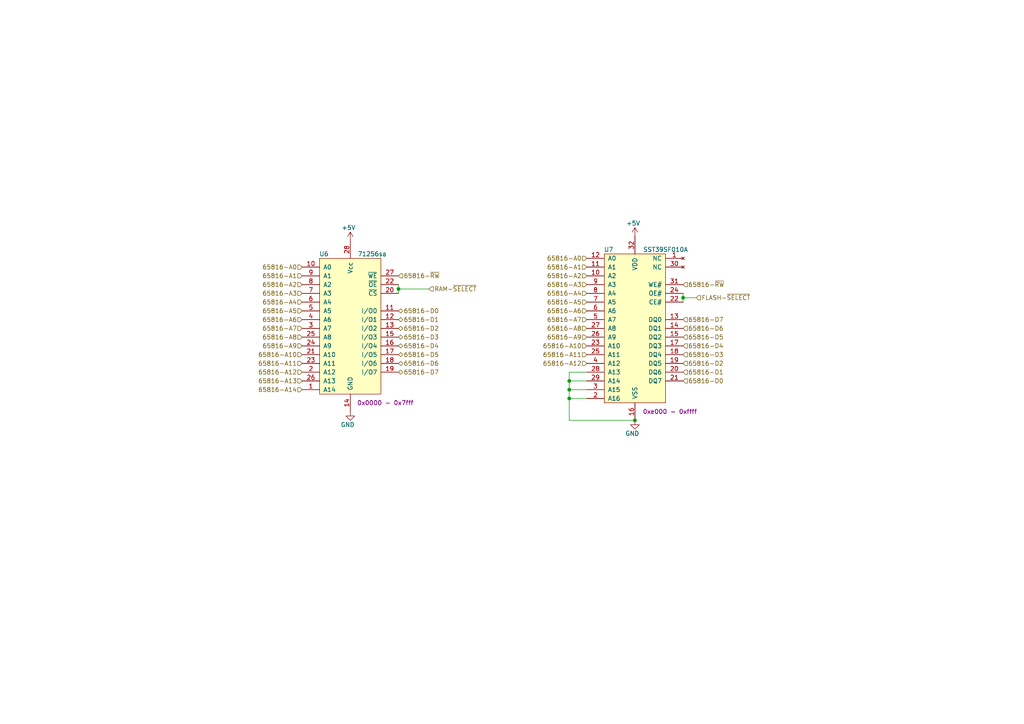
<source format=kicad_sch>
(kicad_sch (version 20211123) (generator eeschema)
  (paper "A4")
  (title_block (title "ROL") (date "2022-01-07") (rev "1.0"))
  (lib_symbols
    (symbol "power:+5V" (power) (pin_names (offset 0))
      (property "Value" "+5V" (at 0 3.556 0))
      (symbol "+5V_0_1"
        (polyline (pts (xy -0.762 1.27) (xy 0 2.54)))
        (polyline (pts (xy 0 0) (xy 0 2.54)))
        (polyline (pts (xy 0 2.54) (xy 0.762 1.27)))
      )
      (symbol "+5V_1_1"
        (pin power_in line (at 0 0 90) (length 0) hide (name "+5V") (number "1"))
      )
    )
    (symbol "power:GND" (power) (pin_names (offset 0))
      (property "Value" "GND" (at 0 -3.81 0))
      (symbol "GND_0_1"
        (polyline (pts (xy 0 0) (xy 0 -1.27) (xy 1.27 -1.27) (xy 0 -2.54) (xy -1.27 -1.27) (xy 0 -1.27)))
      )
      (symbol "GND_1_1"
        (pin power_in line (at 0 0 270) (length 0) hide (name "GND") (number "1"))
      )
    )
    (symbol "rol:71256sa" (pin_names (offset 1.016))
      (property "Reference" "U?" (at -7.62 19.05 0))
      (property "Value" "71256sa" (at 5.08 19.05 0))
      (symbol "71256sa_0_1"
        (rectangle (start -8.89 17.78) (end 8.89 -21.59) (fill (type background)))
      )
      (symbol "71256sa_1_1"
        (pin input line (at -13.97 -20.32 0) (length 5.08) (name "A14") (number "1"))
        (pin input line (at -13.97 15.24 0) (length 5.08) (name "A0") (number "10"))
        (pin bidirectional line (at 13.97 2.54 180) (length 5.08) (name "I/O0") (number "11"))
        (pin bidirectional line (at 13.97 0 180) (length 5.08) (name "I/O1") (number "12"))
        (pin bidirectional line (at 13.97 -2.54 180) (length 5.08) (name "I/O2") (number "13"))
        (pin input line (at 0 -26.67 90) (length 5.08) (name "GND") (number "14"))
        (pin bidirectional line (at 13.97 -5.08 180) (length 5.08) (name "I/O3") (number "15"))
        (pin bidirectional line (at 13.97 -7.62 180) (length 5.08) (name "I/O4") (number "16"))
        (pin bidirectional line (at 13.97 -10.16 180) (length 5.08) (name "I/O5") (number "17"))
        (pin bidirectional line (at 13.97 -12.7 180) (length 5.08) (name "I/O6") (number "18"))
        (pin bidirectional line (at 13.97 -15.24 180) (length 5.08) (name "I/O7") (number "19"))
        (pin input line (at -13.97 -15.24 0) (length 5.08) (name "A12") (number "2"))
        (pin input line (at 13.97 7.62 180) (length 5.08) (name "~{CS}") (number "20"))
        (pin input line (at -13.97 -10.16 0) (length 5.08) (name "A10") (number "21"))
        (pin input line (at 13.97 10.16 180) (length 5.08) (name "~{OE}") (number "22"))
        (pin input line (at -13.97 -12.7 0) (length 5.08) (name "A11") (number "23"))
        (pin input line (at -13.97 -7.62 0) (length 5.08) (name "A9") (number "24"))
        (pin input line (at -13.97 -5.08 0) (length 5.08) (name "A8") (number "25"))
        (pin input line (at -13.97 -17.78 0) (length 5.08) (name "A13") (number "26"))
        (pin input line (at 13.97 12.7 180) (length 5.08) (name "~{WE}") (number "27"))
        (pin input line (at 0 22.86 270) (length 5.08) (name "Vcc") (number "28"))
        (pin input line (at -13.97 -2.54 0) (length 5.08) (name "A7") (number "3"))
        (pin input line (at -13.97 0 0) (length 5.08) (name "A6") (number "4"))
        (pin input line (at -13.97 2.54 0) (length 5.08) (name "A5") (number "5"))
        (pin input line (at -13.97 5.08 0) (length 5.08) (name "A4") (number "6"))
        (pin input line (at -13.97 7.62 0) (length 5.08) (name "A3") (number "7"))
        (pin input line (at -13.97 10.16 0) (length 5.08) (name "A2") (number "8"))
        (pin input line (at -13.97 12.7 0) (length 5.08) (name "A1") (number "9"))
      )
    )
    (symbol "rol:SST39SF010A" (pin_names (offset 1.016))
      (property "Reference" "U" (at -7.62 22.86 0))
      (property "Value" "SST39SF010A" (at 7.62 22.86 0))
      (symbol "SST39SF010A_0_1"
        (rectangle (start -8.89 21.59) (end 8.89 -21.59) (fill (type background)))
      )
      (symbol "SST39SF010A_1_1"
        (pin no_connect line (at 13.97 20.32 180) (length 5.08) (name "NC") (number "1"))
        (pin input line (at -13.97 15.24 0) (length 5.08) (name "A2") (number "10"))
        (pin input line (at -13.97 17.78 0) (length 5.08) (name "A1") (number "11"))
        (pin input line (at -13.97 20.32 0) (length 5.08) (name "A0") (number "12"))
        (pin bidirectional line (at 13.97 2.54 180) (length 5.08) (name "DQ0") (number "13"))
        (pin bidirectional line (at 13.97 0 180) (length 5.08) (name "DQ1") (number "14"))
        (pin bidirectional line (at 13.97 -2.54 180) (length 5.08) (name "DQ2") (number "15"))
        (pin power_in line (at 0 -26.67 90) (length 5.08) (name "VSS") (number "16"))
        (pin bidirectional line (at 13.97 -5.08 180) (length 5.08) (name "DQ3") (number "17"))
        (pin bidirectional line (at 13.97 -7.62 180) (length 5.08) (name "DQ4") (number "18"))
        (pin bidirectional line (at 13.97 -10.16 180) (length 5.08) (name "DQ5") (number "19"))
        (pin input line (at -13.97 -20.32 0) (length 5.08) (name "A16") (number "2"))
        (pin bidirectional line (at 13.97 -12.7 180) (length 5.08) (name "DQ6") (number "20"))
        (pin bidirectional line (at 13.97 -15.24 180) (length 5.08) (name "DQ7") (number "21"))
        (pin input line (at 13.97 7.62 180) (length 5.08) (name "CE#") (number "22"))
        (pin input line (at -13.97 -5.08 0) (length 5.08) (name "A10") (number "23"))
        (pin input line (at 13.97 10.16 180) (length 5.08) (name "OE#") (number "24"))
        (pin input line (at -13.97 -7.62 0) (length 5.08) (name "A11") (number "25"))
        (pin input line (at -13.97 -2.54 0) (length 5.08) (name "A9") (number "26"))
        (pin input line (at -13.97 0 0) (length 5.08) (name "A8") (number "27"))
        (pin input line (at -13.97 -12.7 0) (length 5.08) (name "A13") (number "28"))
        (pin input line (at -13.97 -15.24 0) (length 5.08) (name "A14") (number "29"))
        (pin input line (at -13.97 -17.78 0) (length 5.08) (name "A15") (number "3"))
        (pin no_connect line (at 13.97 17.78 180) (length 5.08) (name "NC") (number "30"))
        (pin input line (at 13.97 12.7 180) (length 5.08) (name "WE#") (number "31"))
        (pin power_in line (at 0 26.67 270) (length 5.08) (name "VDD") (number "32"))
        (pin input line (at -13.97 -10.16 0) (length 5.08) (name "A12") (number "4"))
        (pin input line (at -13.97 2.54 0) (length 5.08) (name "A7") (number "5"))
        (pin input line (at -13.97 5.08 0) (length 5.08) (name "A6") (number "6"))
        (pin input line (at -13.97 7.62 0) (length 5.08) (name "A5") (number "7"))
        (pin input line (at -13.97 10.16 0) (length 5.08) (name "A4") (number "8"))
        (pin input line (at -13.97 12.7 0) (length 5.08) (name "A3") (number "9"))
      )
    )
  )
  (junction (at 198.12 86.36))
  (junction (at 165.1 113.03))
  (junction (at 115.57 83.82))
  (junction (at 165.1 115.57))
  (junction (at 184.15 121.92))
  (junction (at 165.1 110.49))
  (wire (pts (xy 198.12 86.36) (xy 198.12 85.09)))
  (wire (pts (xy 165.1 121.92) (xy 184.15 121.92)))
  (wire (pts (xy 198.12 86.36) (xy 201.93 86.36)))
  (wire (pts (xy 165.1 113.03) (xy 165.1 115.57)))
  (wire (pts (xy 165.1 110.49) (xy 165.1 113.03)))
  (wire (pts (xy 170.18 110.49) (xy 165.1 110.49)))
  (wire (pts (xy 170.18 107.95) (xy 165.1 107.95)))
  (wire (pts (xy 165.1 115.57) (xy 165.1 121.92)))
  (wire (pts (xy 198.12 87.63) (xy 198.12 86.36)))
  (wire (pts (xy 115.57 83.82) (xy 115.57 85.09)))
  (wire (pts (xy 165.1 107.95) (xy 165.1 110.49)))
  (wire (pts (xy 170.18 113.03) (xy 165.1 113.03)))
  (wire (pts (xy 115.57 83.82) (xy 124.46 83.82)))
  (wire (pts (xy 115.57 82.55) (xy 115.57 83.82)))
  (wire (pts (xy 170.18 115.57) (xy 165.1 115.57)))
  (hierarchical_label "65816-A5" (shape input) (at 87.63 90.17 180))
  (hierarchical_label "65816-D6" (shape bidirectional) (at 115.57 105.41 0))
  (hierarchical_label "65816-A6" (shape input) (at 87.63 92.71 180))
  (hierarchical_label "65816-A2" (shape input) (at 87.63 82.55 180))
  (hierarchical_label "65816-D2" (shape input) (at 198.12 105.41 0))
  (hierarchical_label "65816-A3" (shape input) (at 170.18 82.55 180))
  (hierarchical_label "65816-A5" (shape input) (at 170.18 87.63 180))
  (hierarchical_label "65816-A6" (shape input) (at 170.18 90.17 180))
  (hierarchical_label "65816-~{RW}" (shape input) (at 198.12 82.55 0))
  (hierarchical_label "65816-A11" (shape input) (at 170.18 102.87 180))
  (hierarchical_label "65816-A12" (shape input) (at 170.18 105.41 180))
  (hierarchical_label "65816-A13" (shape input) (at 87.63 110.49 180))
  (hierarchical_label "65816-D1" (shape input) (at 198.12 107.95 0))
  (hierarchical_label "65816-D0" (shape input) (at 198.12 110.49 0))
  (hierarchical_label "65816-A9" (shape input) (at 170.18 97.79 180))
  (hierarchical_label "65816-A10" (shape input) (at 170.18 100.33 180))
  (hierarchical_label "65816-D6" (shape input) (at 198.12 95.25 0))
  (hierarchical_label "65816-A0" (shape input) (at 170.18 74.93 180))
  (hierarchical_label "65816-A7" (shape input) (at 87.63 95.25 180))
  (hierarchical_label "65816-D5" (shape input) (at 198.12 97.79 0))
  (hierarchical_label "65816-D3" (shape bidirectional) (at 115.57 97.79 0))
  (hierarchical_label "65816-A4" (shape input) (at 170.18 85.09 180))
  (hierarchical_label "65816-A3" (shape input) (at 87.63 85.09 180))
  (hierarchical_label "65816-A4" (shape input) (at 87.63 87.63 180))
  (hierarchical_label "65816-D0" (shape bidirectional) (at 115.57 90.17 0))
  (hierarchical_label "65816-D2" (shape bidirectional) (at 115.57 95.25 0))
  (hierarchical_label "65816-A10" (shape input) (at 87.63 102.87 180))
  (hierarchical_label "RAM-~{SELECT}" (shape input) (at 124.46 83.82 0))
  (hierarchical_label "FLASH-~{SELECT}" (shape input) (at 201.93 86.36 0))
  (hierarchical_label "65816-A2" (shape input) (at 170.18 80.01 180))
  (hierarchical_label "65816-A11" (shape input) (at 87.63 105.41 180))
  (hierarchical_label "65816-A1" (shape input) (at 87.63 80.01 180))
  (hierarchical_label "65816-A8" (shape input) (at 170.18 95.25 180))
  (hierarchical_label "65816-D4" (shape bidirectional) (at 115.57 100.33 0))
  (hierarchical_label "65816-A1" (shape input) (at 170.18 77.47 180))
  (hierarchical_label "65816-A7" (shape input) (at 170.18 92.71 180))
  (hierarchical_label "65816-D3" (shape input) (at 198.12 102.87 0))
  (hierarchical_label "65816-A9" (shape input) (at 87.63 100.33 180))
  (hierarchical_label "65816-~{RW}" (shape input) (at 115.57 80.01 0))
  (hierarchical_label "65816-A0" (shape input) (at 87.63 77.47 180))
  (hierarchical_label "65816-A12" (shape input) (at 87.63 107.95 180))
  (hierarchical_label "65816-A14" (shape input) (at 87.63 113.03 180))
  (hierarchical_label "65816-D5" (shape bidirectional) (at 115.57 102.87 0))
  (hierarchical_label "65816-A8" (shape input) (at 87.63 97.79 180))
  (hierarchical_label "65816-D7" (shape bidirectional) (at 115.57 107.95 0))
  (hierarchical_label "65816-D1" (shape bidirectional) (at 115.57 92.71 0))
  (hierarchical_label "65816-D4" (shape input) (at 198.12 100.33 0))
  (hierarchical_label "65816-D7" (shape input) (at 198.12 92.71 0))
  (symbol (lib_id "power:GND") (at 101.6 119.38 0)
    (property "Reference" "#PWR014" (effects hide))
    (property "Value" "GND" (at 102.87 123.19 0) (effects (justify right)))
  )
  (symbol (lib_id "power:+5V") (at 101.6 69.85 0)
    (property "Reference" "#PWR013" (effects hide))
    (property "Value" "+5V" (at 99.06 66.04 0) (effects (justify left)))
  )
  (symbol (lib_id "rol:71256sa") (at 101.6 92.71 0) (unit 1)
    (property "Reference" "U6" (at 93.98 73.66 0))
    (property "Value" "71256sa" (at 107.95 73.66 0))
    (property "Addresses" "0x0000 - 0x7fff" (at 111.76 116.84 0))
  )
  (symbol (lib_id "rol:SST39SF010A") (at 184.15 95.25 0) (unit 1)
    (property "Reference" "U7" (at 176.53 72.39 0))
    (property "Value" "SST39SF010A" (at 193.04 72.39 0))
    (property "Addresses" "0xe000 - 0xffff" (at 194.31 119.38 0))
  )
  (symbol (lib_id "power:GND") (at 184.15 121.92 0)
    (property "Reference" "#PWR016" (effects hide))
    (property "Value" "GND" (at 185.42 125.73 0) (effects (justify right)))
  )
  (symbol (lib_id "power:+5V") (at 184.15 68.58 0)
    (property "Reference" "#PWR015" (effects hide))
    (property "Value" "+5V" (at 181.61 64.77 0) (effects (justify left)))
  )
)
</source>
